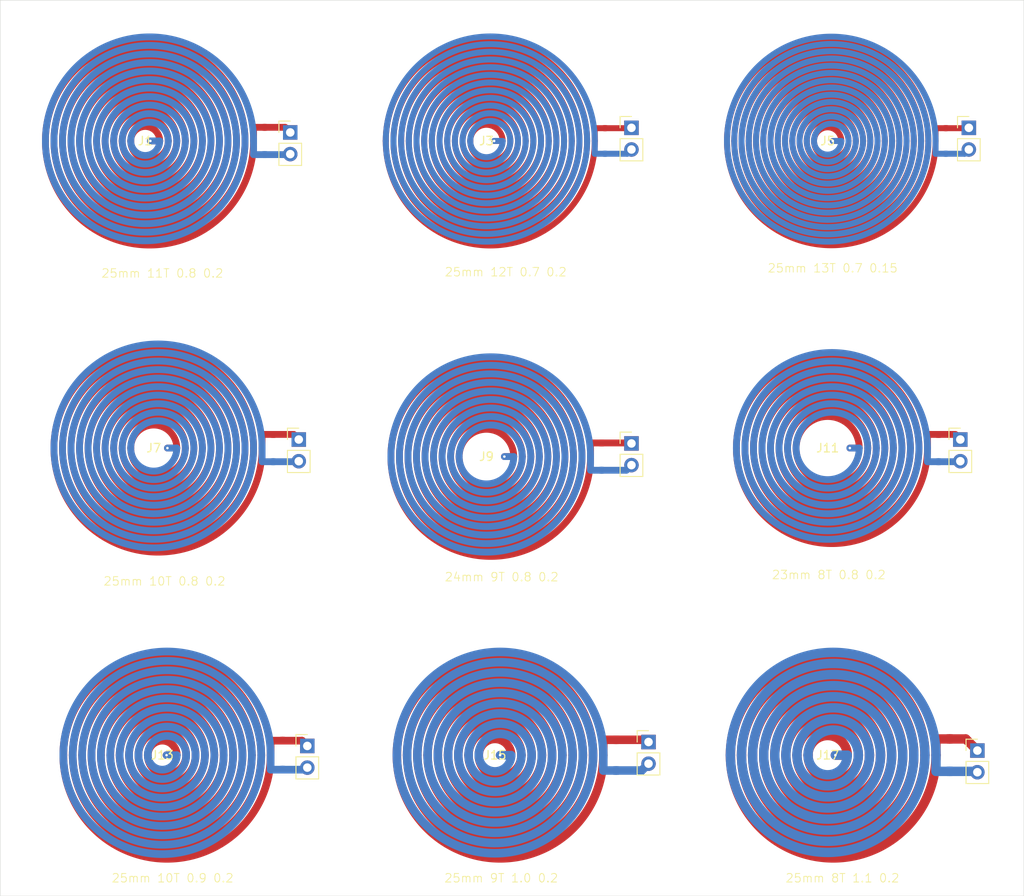
<source format=kicad_pcb>
(kicad_pcb (version 20240108) (generator "pcbnew") (generator_version "8.0")
  (layers (0 "F.Cu" signal) (31 "B.Cu" signal) (34 "B.Paste" user) (35 "F.Paste" user) (36 "B.SilkS" user "B.Silkscreen") (37 "F.SilkS" user "F.Silkscreen") (38 "B.Mask" user) (39 "F.Mask" user) (44 "Edge.Cuts" user))
  (net 0 "")
  (net 1 "Net-(J1-Pin_1)")
  (net 2 "Net-(J1-Pin_2)")
  (net 3 "Net-(J3-Pin_2)")
  (net 4 "Net-(J3-Pin_1)")
  (net 5 "Net-(J5-Pin_1)")
  (net 6 "Net-(J5-Pin_2)")
  (net 7 "Net-(J13-Pin_1)")
  (net 8 "Net-(J13-Pin_2)")
  (net 9 "Net-(J10-Pin_1)")
  (net 10 "Net-(J10-Pin_2)")
  (net 11 "Net-(J11-Pin_2)")
  (net 12 "Net-(J11-Pin_1)")
  (net 13 "Net-(J17-Pin_2)")
  (net 14 "Net-(J17-Pin_1)")
  (net 15 "Net-(J7-Pin_2)")
  (net 16 "Net-(J7-Pin_1)")
  (net 17 "Net-(J15-Pin_2)")
  (net 18 "Net-(J15-Pin_1)")
  (footprint "PCB Charging Coil" (layer "F.Cu") (at 89 107)
    (property "Reference" "J9")
    (property "Value" "Conn_01x02_Socket")
  )
  (footprint "PCB Charging Coil" (layer "F.Cu") (at 89 70)
    (property "Reference" "J3")
    (property "Value" "Conn_01x02_Socket")
  )
  (footprint "Connector_PinHeader_2.54mm:PinHeader_1x02_P2.54mm_Vertical" (layer "F.Cu") (at 144.55 105)
    (property "Reference" "J12" (hide yes))
    (property "Value" "Conn_01x02_Pin" (hide yes))
  )
  (footprint "Connector_PinHeader_2.54mm:PinHeader_1x02_P2.54mm_Vertical" (layer "F.Cu") (at 108 140.46)
    (property "Reference" "J16" (hide yes))
    (property "Value" "Conn_01x02_Pin" (hide yes))
  )
  (footprint "PCB Charging Coil" (layer "F.Cu") (at 129 70)
    (property "Reference" "J5")
    (property "Value" "Conn_01x02_Socket")
  )
  (footprint "PCB Charging Coil" (layer "F.Cu") (at 49 70)
    (property "Reference" "J1")
    (property "Value" "Conn_01x02_Socket")
  )
  (footprint "Connector_PinHeader_2.54mm:PinHeader_1x02_P2.54mm_Vertical" (layer "F.Cu") (at 145.55 68.46)
    (property "Reference" "J6" (hide yes))
    (property "Value" "Conn_01x02_Pin" (hide yes))
  )
  (footprint "PCB Charging Coil" (layer "F.Cu") (at 51 142)
    (property "Reference" "J13")
    (property "Value" "Conn_01x02_Socket")
  )
  (footprint "PCB Charging Coil" (layer "F.Cu") (at 50 106)
    (property "Reference" "J7")
    (property "Value" "Conn_01x02_Socket")
  )
  (footprint "Connector_PinHeader_2.54mm:PinHeader_1x02_P2.54mm_Vertical" (layer "F.Cu") (at 66 69)
    (property "Reference" "J2" (hide yes))
    (property "Value" "Conn_01x02_Pin" (hide yes))
  )
  (footprint "PCB Charging Coil" (layer "F.Cu") (at 90 142)
    (property "Reference" "J15")
    (property "Value" "Conn_01x02_Socket")
  )
  (footprint "Connector_PinHeader_2.54mm:PinHeader_1x02_P2.54mm_Vertical" (layer "F.Cu") (at 146.55 141.46)
    (property "Reference" "J18" (hide yes))
    (property "Value" "Conn_01x02_Pin" (hide yes))
  )
  (footprint "Connector_PinHeader_2.54mm:PinHeader_1x02_P2.54mm_Vertical" (layer "F.Cu") (at 106 105.46)
    (property "Reference" "J10" (hide yes))
    (property "Value" "Conn_01x02_Pin" (hide yes))
  )
  (footprint "PCB Charging Coil" (layer "F.Cu") (at 129 106)
    (property "Reference" "J11")
    (property "Value" "Conn_01x02_Socket")
  )
  (footprint "Connector_PinHeader_2.54mm:PinHeader_1x02_P2.54mm_Vertical" (layer "F.Cu") (at 68 140.92)
    (property "Reference" "J14" (hide yes))
    (property "Value" "Conn_01x02_Pin" (hide yes))
  )
  (footprint "PCB Charging Coil" (layer "F.Cu") (at 129 142)
    (property "Reference" "J17")
    (property "Value" "Conn_01x02_Socket")
  )
  (footprint "Connector_PinHeader_2.54mm:PinHeader_1x02_P2.54mm_Vertical" (layer "F.Cu") (at 106 68.46)
    (property "Reference" "J4" (hide yes))
    (property "Value" "Conn_01x02_Pin" (hide yes))
  )
  (footprint "Connector_PinHeader_2.54mm:PinHeader_1x02_P2.54mm_Vertical" (layer "F.Cu") (at 67 105)
    (property "Reference" "J8" (hide yes))
    (property "Value" "Conn_01x02_Pin" (hide yes))
  )
  (gr_rect (start 32 53.5) (end 152 158.5) (stroke (width 0.05)) (fill none) (layer "Edge.Cuts"))
  (gr_text "25mm 8T 1.1 0.2" (at 124 157 0) (layer "F.SilkS") (effects (font (size 1 1) (thickness 0.1)) (justify left bottom)))
  (gr_text "23mm 8T 0.8 0.2" (at 122.4 121.45 0) (layer "F.SilkS") (effects (font (size 1 1) (thickness 0.1)) (justify left bottom)))
  (gr_text "25mm 13T 0.7 0.15" (at 121.9 85.5 0) (layer "F.SilkS") (effects (font (size 1 1) (thickness 0.1)) (justify left bottom)))
  (gr_text "24mm 9T 0.8 0.2" (at 84.05 121.7 0) (layer "F.SilkS") (effects (font (size 1 1) (thickness 0.1)) (justify left bottom)))
  (gr_text "25mm 11T 0.8 0.2" (at 43.8 86.1 0) (layer "F.SilkS") (effects (font (size 1 1) (thickness 0.1)) (justify left bottom)))
  (gr_text "25mm 10T 0.9 0.2" (at 45 157 0) (layer "F.SilkS") (effects (font (size 1 1) (thickness 0.1)) (justify left bottom)))
  (gr_text "25mm 10T 0.8 0.2" (at 44.05 122.2 0) (layer "F.SilkS") (effects (font (size 1 1) (thickness 0.1)) (justify left bottom)))
  (gr_text "25mm 9T 1.0 0.2" (at 84 157 0) (layer "F.SilkS") (effects (font (size 1 1) (thickness 0.1)) (justify left bottom)))
  (gr_text "25mm 12T 0.7 0.2" (at 84.05 85.95 0) (layer "F.SilkS") (effects (font (size 1 1) (thickness 0.1)) (justify left bottom)))
  (segment (start 65.4 68.4) (end 66 69) (width 0.8) (layer "F.Cu") (net 1))
  (segment (start 63 68.4) (end 65.4 68.4) (width 0.8) (layer "F.Cu") (net 1))
  (segment (start 65.94 71.6) (end 66 71.54) (width 0.8) (layer "B.Cu") (net 2))
  (segment (start 63 71.6) (end 65.94 71.6) (width 0.8) (layer "B.Cu") (net 2))
  (segment (start 102.9 71.5) (end 105.5 71.5) (width 0.7) (layer "B.Cu") (net 3))
  (segment (start 105.5 71.5) (end 106 71) (width 0.7) (layer "B.Cu") (net 3))
  (segment (start 105.96 68.5) (end 106 68.46) (width 0.7) (layer "F.Cu") (net 4))
  (segment (start 102.9 68.5) (end 105.96 68.5) (width 0.7) (layer "F.Cu") (net 4))
  (segment (start 142.85 68.5) (end 145.51 68.5) (width 0.7) (layer "F.Cu") (net 5))
  (segment (start 145.51 68.5) (end 145.55 68.46) (width 0.7) (layer "F.Cu") (net 5))
  (segment (start 145.05 71.5) (end 145.55 71) (width 0.7) (layer "B.Cu") (net 6))
  (segment (start 142.85 71.5) (end 145.05 71.5) (width 0.7) (layer "B.Cu") (net 6))
  (segment (start 67.38 140.3) (end 68 140.92) (width 0.9) (layer "F.Cu") (net 7))
  (segment (start 65.1 140.3) (end 67.38 140.3) (width 0.9) (layer "F.Cu") (net 7))
  (segment (start 67.76 143.7) (end 68 143.46) (width 0.9) (layer "B.Cu") (net 8))
  (segment (start 65.1 143.7) (end 67.76 143.7) (width 0.9) (layer "B.Cu") (net 8))
  (segment (start 102.5 105.4) (end 105.94 105.4) (width 0.8) (layer "F.Cu") (net 9))
  (segment (start 105.94 105.4) (end 106 105.46) (width 0.8) (layer "F.Cu") (net 9))
  (segment (start 102.5 108.6) (end 105.4 108.6) (width 0.8) (layer "B.Cu") (net 10))
  (segment (start 105.4 108.6) (end 106 108) (width 0.8) (layer "B.Cu") (net 10))
  (segment (start 144.49 107.6) (end 144.55 107.54) (width 0.8) (layer "B.Cu") (net 11))
  (segment (start 142 107.6) (end 144.49 107.6) (width 0.8) (layer "B.Cu") (net 11))
  (segment (start 142 104.4) (end 143.95 104.4) (width 0.8) (layer "F.Cu") (net 12))
  (segment (start 143.95 104.4) (end 144.55 105) (width 0.8) (layer "F.Cu") (net 12))
  (segment (start 143.3 143.9) (end 146.45 143.9) (width 1.1) (layer "B.Cu") (net 13))
  (segment (start 146.45 143.9) (end 146.55 144) (width 1.1) (layer "B.Cu") (net 13))
  (segment (start 145.19 140.1) (end 146.55 141.46) (width 1.1) (layer "F.Cu") (net 14))
  (segment (start 143.3 140.1) (end 145.19 140.1) (width 1.1) (layer "F.Cu") (net 14))
  (segment (start 64 107.6) (end 66.94 107.6) (width 0.8) (layer "B.Cu") (net 15))
  (segment (start 66.94 107.6) (end 67 107.54) (width 0.8) (layer "B.Cu") (net 15))
  (segment (start 64 104.4) (end 66.4 104.4) (width 0.8) (layer "F.Cu") (net 16))
  (segment (start 66.4 104.4) (end 67 105) (width 0.8) (layer "F.Cu") (net 16))
  (segment (start 104.2 143.8) (end 107.2 143.8) (width 1) (layer "B.Cu") (net 17))
  (segment (start 107.2 143.8) (end 108 143) (width 1) (layer "B.Cu") (net 17))
  (segment (start 104.2 140.2) (end 107.74 140.2) (width 1) (layer "F.Cu") (net 18))
  (segment (start 107.74 140.2) (end 108 140.46) (width 1) (layer "F.Cu") (net 18))
)
</source>
